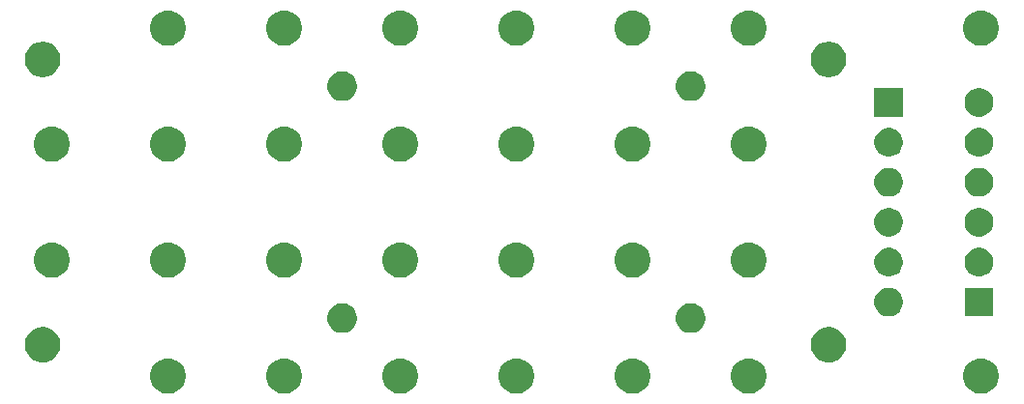
<source format=gbr>
G04 #@! TF.GenerationSoftware,KiCad,Pcbnew,5.1.5-52549c5~86~ubuntu18.04.1*
G04 #@! TF.CreationDate,2020-09-25T00:14:11-05:00*
G04 #@! TF.ProjectId,C00,4330302e-6b69-4636-9164-5f7063625858,rev?*
G04 #@! TF.SameCoordinates,Original*
G04 #@! TF.FileFunction,Soldermask,Top*
G04 #@! TF.FilePolarity,Negative*
%FSLAX46Y46*%
G04 Gerber Fmt 4.6, Leading zero omitted, Abs format (unit mm)*
G04 Created by KiCad (PCBNEW 5.1.5-52549c5~86~ubuntu18.04.1) date 2020-09-25 00:14:11*
%MOMM*%
%LPD*%
G04 APERTURE LIST*
%ADD10C,0.100000*%
G04 APERTURE END LIST*
D10*
G36*
X105392585Y-52768802D02*
G01*
X105542410Y-52798604D01*
X105824674Y-52915521D01*
X106078705Y-53085259D01*
X106294741Y-53301295D01*
X106464479Y-53555326D01*
X106581396Y-53837590D01*
X106641000Y-54137240D01*
X106641000Y-54442760D01*
X106581396Y-54742410D01*
X106464479Y-55024674D01*
X106294741Y-55278705D01*
X106078705Y-55494741D01*
X105824674Y-55664479D01*
X105542410Y-55781396D01*
X105392585Y-55811198D01*
X105242761Y-55841000D01*
X104937239Y-55841000D01*
X104787415Y-55811198D01*
X104637590Y-55781396D01*
X104355326Y-55664479D01*
X104101295Y-55494741D01*
X103885259Y-55278705D01*
X103715521Y-55024674D01*
X103598604Y-54742410D01*
X103539000Y-54442760D01*
X103539000Y-54137240D01*
X103598604Y-53837590D01*
X103715521Y-53555326D01*
X103885259Y-53301295D01*
X104101295Y-53085259D01*
X104355326Y-52915521D01*
X104637590Y-52798604D01*
X104787415Y-52768802D01*
X104937239Y-52739000D01*
X105242761Y-52739000D01*
X105392585Y-52768802D01*
G37*
G36*
X44432585Y-52768802D02*
G01*
X44582410Y-52798604D01*
X44864674Y-52915521D01*
X45118705Y-53085259D01*
X45334741Y-53301295D01*
X45504479Y-53555326D01*
X45621396Y-53837590D01*
X45681000Y-54137240D01*
X45681000Y-54442760D01*
X45621396Y-54742410D01*
X45504479Y-55024674D01*
X45334741Y-55278705D01*
X45118705Y-55494741D01*
X44864674Y-55664479D01*
X44582410Y-55781396D01*
X44432585Y-55811198D01*
X44282761Y-55841000D01*
X43977239Y-55841000D01*
X43827415Y-55811198D01*
X43677590Y-55781396D01*
X43395326Y-55664479D01*
X43141295Y-55494741D01*
X42925259Y-55278705D01*
X42755521Y-55024674D01*
X42638604Y-54742410D01*
X42579000Y-54442760D01*
X42579000Y-54137240D01*
X42638604Y-53837590D01*
X42755521Y-53555326D01*
X42925259Y-53301295D01*
X43141295Y-53085259D01*
X43395326Y-52915521D01*
X43677590Y-52798604D01*
X43827415Y-52768802D01*
X43977239Y-52739000D01*
X44282761Y-52739000D01*
X44432585Y-52768802D01*
G37*
G36*
X34272585Y-52768802D02*
G01*
X34422410Y-52798604D01*
X34704674Y-52915521D01*
X34958705Y-53085259D01*
X35174741Y-53301295D01*
X35344479Y-53555326D01*
X35461396Y-53837590D01*
X35521000Y-54137240D01*
X35521000Y-54442760D01*
X35461396Y-54742410D01*
X35344479Y-55024674D01*
X35174741Y-55278705D01*
X34958705Y-55494741D01*
X34704674Y-55664479D01*
X34422410Y-55781396D01*
X34272585Y-55811198D01*
X34122761Y-55841000D01*
X33817239Y-55841000D01*
X33667415Y-55811198D01*
X33517590Y-55781396D01*
X33235326Y-55664479D01*
X32981295Y-55494741D01*
X32765259Y-55278705D01*
X32595521Y-55024674D01*
X32478604Y-54742410D01*
X32419000Y-54442760D01*
X32419000Y-54137240D01*
X32478604Y-53837590D01*
X32595521Y-53555326D01*
X32765259Y-53301295D01*
X32981295Y-53085259D01*
X33235326Y-52915521D01*
X33517590Y-52798604D01*
X33667415Y-52768802D01*
X33817239Y-52739000D01*
X34122761Y-52739000D01*
X34272585Y-52768802D01*
G37*
G36*
X54592585Y-52768802D02*
G01*
X54742410Y-52798604D01*
X55024674Y-52915521D01*
X55278705Y-53085259D01*
X55494741Y-53301295D01*
X55664479Y-53555326D01*
X55781396Y-53837590D01*
X55841000Y-54137240D01*
X55841000Y-54442760D01*
X55781396Y-54742410D01*
X55664479Y-55024674D01*
X55494741Y-55278705D01*
X55278705Y-55494741D01*
X55024674Y-55664479D01*
X54742410Y-55781396D01*
X54592585Y-55811198D01*
X54442761Y-55841000D01*
X54137239Y-55841000D01*
X53987415Y-55811198D01*
X53837590Y-55781396D01*
X53555326Y-55664479D01*
X53301295Y-55494741D01*
X53085259Y-55278705D01*
X52915521Y-55024674D01*
X52798604Y-54742410D01*
X52739000Y-54442760D01*
X52739000Y-54137240D01*
X52798604Y-53837590D01*
X52915521Y-53555326D01*
X53085259Y-53301295D01*
X53301295Y-53085259D01*
X53555326Y-52915521D01*
X53837590Y-52798604D01*
X53987415Y-52768802D01*
X54137239Y-52739000D01*
X54442761Y-52739000D01*
X54592585Y-52768802D01*
G37*
G36*
X74912585Y-52768802D02*
G01*
X75062410Y-52798604D01*
X75344674Y-52915521D01*
X75598705Y-53085259D01*
X75814741Y-53301295D01*
X75984479Y-53555326D01*
X76101396Y-53837590D01*
X76161000Y-54137240D01*
X76161000Y-54442760D01*
X76101396Y-54742410D01*
X75984479Y-55024674D01*
X75814741Y-55278705D01*
X75598705Y-55494741D01*
X75344674Y-55664479D01*
X75062410Y-55781396D01*
X74912585Y-55811198D01*
X74762761Y-55841000D01*
X74457239Y-55841000D01*
X74307415Y-55811198D01*
X74157590Y-55781396D01*
X73875326Y-55664479D01*
X73621295Y-55494741D01*
X73405259Y-55278705D01*
X73235521Y-55024674D01*
X73118604Y-54742410D01*
X73059000Y-54442760D01*
X73059000Y-54137240D01*
X73118604Y-53837590D01*
X73235521Y-53555326D01*
X73405259Y-53301295D01*
X73621295Y-53085259D01*
X73875326Y-52915521D01*
X74157590Y-52798604D01*
X74307415Y-52768802D01*
X74457239Y-52739000D01*
X74762761Y-52739000D01*
X74912585Y-52768802D01*
G37*
G36*
X85072585Y-52768802D02*
G01*
X85222410Y-52798604D01*
X85504674Y-52915521D01*
X85758705Y-53085259D01*
X85974741Y-53301295D01*
X86144479Y-53555326D01*
X86261396Y-53837590D01*
X86321000Y-54137240D01*
X86321000Y-54442760D01*
X86261396Y-54742410D01*
X86144479Y-55024674D01*
X85974741Y-55278705D01*
X85758705Y-55494741D01*
X85504674Y-55664479D01*
X85222410Y-55781396D01*
X85072585Y-55811198D01*
X84922761Y-55841000D01*
X84617239Y-55841000D01*
X84467415Y-55811198D01*
X84317590Y-55781396D01*
X84035326Y-55664479D01*
X83781295Y-55494741D01*
X83565259Y-55278705D01*
X83395521Y-55024674D01*
X83278604Y-54742410D01*
X83219000Y-54442760D01*
X83219000Y-54137240D01*
X83278604Y-53837590D01*
X83395521Y-53555326D01*
X83565259Y-53301295D01*
X83781295Y-53085259D01*
X84035326Y-52915521D01*
X84317590Y-52798604D01*
X84467415Y-52768802D01*
X84617239Y-52739000D01*
X84922761Y-52739000D01*
X85072585Y-52768802D01*
G37*
G36*
X64752585Y-52768802D02*
G01*
X64902410Y-52798604D01*
X65184674Y-52915521D01*
X65438705Y-53085259D01*
X65654741Y-53301295D01*
X65824479Y-53555326D01*
X65941396Y-53837590D01*
X66001000Y-54137240D01*
X66001000Y-54442760D01*
X65941396Y-54742410D01*
X65824479Y-55024674D01*
X65654741Y-55278705D01*
X65438705Y-55494741D01*
X65184674Y-55664479D01*
X64902410Y-55781396D01*
X64752585Y-55811198D01*
X64602761Y-55841000D01*
X64297239Y-55841000D01*
X64147415Y-55811198D01*
X63997590Y-55781396D01*
X63715326Y-55664479D01*
X63461295Y-55494741D01*
X63245259Y-55278705D01*
X63075521Y-55024674D01*
X62958604Y-54742410D01*
X62899000Y-54442760D01*
X62899000Y-54137240D01*
X62958604Y-53837590D01*
X63075521Y-53555326D01*
X63245259Y-53301295D01*
X63461295Y-53085259D01*
X63715326Y-52915521D01*
X63997590Y-52798604D01*
X64147415Y-52768802D01*
X64297239Y-52739000D01*
X64602761Y-52739000D01*
X64752585Y-52768802D01*
G37*
G36*
X23302585Y-50028802D02*
G01*
X23452410Y-50058604D01*
X23734674Y-50175521D01*
X23988705Y-50345259D01*
X24204741Y-50561295D01*
X24374479Y-50815326D01*
X24491396Y-51097590D01*
X24551000Y-51397240D01*
X24551000Y-51702760D01*
X24491396Y-52002410D01*
X24374479Y-52284674D01*
X24204741Y-52538705D01*
X23988705Y-52754741D01*
X23734674Y-52924479D01*
X23452410Y-53041396D01*
X23302585Y-53071198D01*
X23152761Y-53101000D01*
X22847239Y-53101000D01*
X22697415Y-53071198D01*
X22547590Y-53041396D01*
X22265326Y-52924479D01*
X22011295Y-52754741D01*
X21795259Y-52538705D01*
X21625521Y-52284674D01*
X21508604Y-52002410D01*
X21449000Y-51702760D01*
X21449000Y-51397240D01*
X21508604Y-51097590D01*
X21625521Y-50815326D01*
X21795259Y-50561295D01*
X22011295Y-50345259D01*
X22265326Y-50175521D01*
X22547590Y-50058604D01*
X22697415Y-50028802D01*
X22847239Y-49999000D01*
X23152761Y-49999000D01*
X23302585Y-50028802D01*
G37*
G36*
X92052585Y-50028802D02*
G01*
X92202410Y-50058604D01*
X92484674Y-50175521D01*
X92738705Y-50345259D01*
X92954741Y-50561295D01*
X93124479Y-50815326D01*
X93241396Y-51097590D01*
X93301000Y-51397240D01*
X93301000Y-51702760D01*
X93241396Y-52002410D01*
X93124479Y-52284674D01*
X92954741Y-52538705D01*
X92738705Y-52754741D01*
X92484674Y-52924479D01*
X92202410Y-53041396D01*
X92052585Y-53071198D01*
X91902761Y-53101000D01*
X91597239Y-53101000D01*
X91447415Y-53071198D01*
X91297590Y-53041396D01*
X91015326Y-52924479D01*
X90761295Y-52754741D01*
X90545259Y-52538705D01*
X90375521Y-52284674D01*
X90258604Y-52002410D01*
X90199000Y-51702760D01*
X90199000Y-51397240D01*
X90258604Y-51097590D01*
X90375521Y-50815326D01*
X90545259Y-50561295D01*
X90761295Y-50345259D01*
X91015326Y-50175521D01*
X91297590Y-50058604D01*
X91447415Y-50028802D01*
X91597239Y-49999000D01*
X91902761Y-49999000D01*
X92052585Y-50028802D01*
G37*
G36*
X80069393Y-47959304D02*
G01*
X80306101Y-48057352D01*
X80306103Y-48057353D01*
X80519135Y-48199696D01*
X80700304Y-48380865D01*
X80842647Y-48593897D01*
X80842648Y-48593899D01*
X80940696Y-48830607D01*
X80990680Y-49081893D01*
X80990680Y-49338107D01*
X80940696Y-49589393D01*
X80842648Y-49826101D01*
X80842647Y-49826103D01*
X80700304Y-50039135D01*
X80519135Y-50220304D01*
X80306103Y-50362647D01*
X80306102Y-50362648D01*
X80306101Y-50362648D01*
X80069393Y-50460696D01*
X79818107Y-50510680D01*
X79561893Y-50510680D01*
X79310607Y-50460696D01*
X79073899Y-50362648D01*
X79073898Y-50362648D01*
X79073897Y-50362647D01*
X78860865Y-50220304D01*
X78679696Y-50039135D01*
X78537353Y-49826103D01*
X78537352Y-49826101D01*
X78439304Y-49589393D01*
X78389320Y-49338107D01*
X78389320Y-49081893D01*
X78439304Y-48830607D01*
X78537352Y-48593899D01*
X78537353Y-48593897D01*
X78679696Y-48380865D01*
X78860865Y-48199696D01*
X79073897Y-48057353D01*
X79073899Y-48057352D01*
X79310607Y-47959304D01*
X79561893Y-47909320D01*
X79818107Y-47909320D01*
X80069393Y-47959304D01*
G37*
G36*
X49589393Y-47959304D02*
G01*
X49826101Y-48057352D01*
X49826103Y-48057353D01*
X50039135Y-48199696D01*
X50220304Y-48380865D01*
X50362647Y-48593897D01*
X50362648Y-48593899D01*
X50460696Y-48830607D01*
X50510680Y-49081893D01*
X50510680Y-49338107D01*
X50460696Y-49589393D01*
X50362648Y-49826101D01*
X50362647Y-49826103D01*
X50220304Y-50039135D01*
X50039135Y-50220304D01*
X49826103Y-50362647D01*
X49826102Y-50362648D01*
X49826101Y-50362648D01*
X49589393Y-50460696D01*
X49338107Y-50510680D01*
X49081893Y-50510680D01*
X48830607Y-50460696D01*
X48593899Y-50362648D01*
X48593898Y-50362648D01*
X48593897Y-50362647D01*
X48380865Y-50220304D01*
X48199696Y-50039135D01*
X48057353Y-49826103D01*
X48057352Y-49826101D01*
X47959304Y-49589393D01*
X47909320Y-49338107D01*
X47909320Y-49081893D01*
X47959304Y-48830607D01*
X48057352Y-48593899D01*
X48057353Y-48593897D01*
X48199696Y-48380865D01*
X48380865Y-48199696D01*
X48593897Y-48057353D01*
X48593899Y-48057352D01*
X48830607Y-47959304D01*
X49081893Y-47909320D01*
X49338107Y-47909320D01*
X49589393Y-47959304D01*
G37*
G36*
X97364903Y-46597075D02*
G01*
X97592571Y-46691378D01*
X97797466Y-46828285D01*
X97971715Y-47002534D01*
X97971716Y-47002536D01*
X98108623Y-47207431D01*
X98202925Y-47435097D01*
X98251000Y-47676786D01*
X98251000Y-47923214D01*
X98202925Y-48164903D01*
X98113471Y-48380866D01*
X98108622Y-48392571D01*
X97971715Y-48597466D01*
X97797466Y-48771715D01*
X97592571Y-48908622D01*
X97592570Y-48908623D01*
X97592569Y-48908623D01*
X97364903Y-49002925D01*
X97123214Y-49051000D01*
X96876786Y-49051000D01*
X96635097Y-49002925D01*
X96407431Y-48908623D01*
X96407430Y-48908623D01*
X96407429Y-48908622D01*
X96202534Y-48771715D01*
X96028285Y-48597466D01*
X95891378Y-48392571D01*
X95886530Y-48380866D01*
X95797075Y-48164903D01*
X95749000Y-47923214D01*
X95749000Y-47676786D01*
X95797075Y-47435097D01*
X95891377Y-47207431D01*
X96028284Y-47002536D01*
X96028285Y-47002534D01*
X96202534Y-46828285D01*
X96407429Y-46691378D01*
X96635097Y-46597075D01*
X96876786Y-46549000D01*
X97123214Y-46549000D01*
X97364903Y-46597075D01*
G37*
G36*
X106151000Y-49051000D02*
G01*
X103649000Y-49051000D01*
X103649000Y-46549000D01*
X106151000Y-46549000D01*
X106151000Y-49051000D01*
G37*
G36*
X34272585Y-42608802D02*
G01*
X34422410Y-42638604D01*
X34704674Y-42755521D01*
X34958705Y-42925259D01*
X35174741Y-43141295D01*
X35344479Y-43395326D01*
X35461396Y-43677590D01*
X35521000Y-43977240D01*
X35521000Y-44282760D01*
X35461396Y-44582410D01*
X35344479Y-44864674D01*
X35174741Y-45118705D01*
X34958705Y-45334741D01*
X34704674Y-45504479D01*
X34422410Y-45621396D01*
X34272585Y-45651198D01*
X34122761Y-45681000D01*
X33817239Y-45681000D01*
X33667415Y-45651198D01*
X33517590Y-45621396D01*
X33235326Y-45504479D01*
X32981295Y-45334741D01*
X32765259Y-45118705D01*
X32595521Y-44864674D01*
X32478604Y-44582410D01*
X32419000Y-44282760D01*
X32419000Y-43977240D01*
X32478604Y-43677590D01*
X32595521Y-43395326D01*
X32765259Y-43141295D01*
X32981295Y-42925259D01*
X33235326Y-42755521D01*
X33517590Y-42638604D01*
X33667415Y-42608802D01*
X33817239Y-42579000D01*
X34122761Y-42579000D01*
X34272585Y-42608802D01*
G37*
G36*
X85072585Y-42608802D02*
G01*
X85222410Y-42638604D01*
X85504674Y-42755521D01*
X85758705Y-42925259D01*
X85974741Y-43141295D01*
X86144479Y-43395326D01*
X86261396Y-43677590D01*
X86321000Y-43977240D01*
X86321000Y-44282760D01*
X86261396Y-44582410D01*
X86144479Y-44864674D01*
X85974741Y-45118705D01*
X85758705Y-45334741D01*
X85504674Y-45504479D01*
X85222410Y-45621396D01*
X85072585Y-45651198D01*
X84922761Y-45681000D01*
X84617239Y-45681000D01*
X84467415Y-45651198D01*
X84317590Y-45621396D01*
X84035326Y-45504479D01*
X83781295Y-45334741D01*
X83565259Y-45118705D01*
X83395521Y-44864674D01*
X83278604Y-44582410D01*
X83219000Y-44282760D01*
X83219000Y-43977240D01*
X83278604Y-43677590D01*
X83395521Y-43395326D01*
X83565259Y-43141295D01*
X83781295Y-42925259D01*
X84035326Y-42755521D01*
X84317590Y-42638604D01*
X84467415Y-42608802D01*
X84617239Y-42579000D01*
X84922761Y-42579000D01*
X85072585Y-42608802D01*
G37*
G36*
X74912585Y-42608802D02*
G01*
X75062410Y-42638604D01*
X75344674Y-42755521D01*
X75598705Y-42925259D01*
X75814741Y-43141295D01*
X75984479Y-43395326D01*
X76101396Y-43677590D01*
X76161000Y-43977240D01*
X76161000Y-44282760D01*
X76101396Y-44582410D01*
X75984479Y-44864674D01*
X75814741Y-45118705D01*
X75598705Y-45334741D01*
X75344674Y-45504479D01*
X75062410Y-45621396D01*
X74912585Y-45651198D01*
X74762761Y-45681000D01*
X74457239Y-45681000D01*
X74307415Y-45651198D01*
X74157590Y-45621396D01*
X73875326Y-45504479D01*
X73621295Y-45334741D01*
X73405259Y-45118705D01*
X73235521Y-44864674D01*
X73118604Y-44582410D01*
X73059000Y-44282760D01*
X73059000Y-43977240D01*
X73118604Y-43677590D01*
X73235521Y-43395326D01*
X73405259Y-43141295D01*
X73621295Y-42925259D01*
X73875326Y-42755521D01*
X74157590Y-42638604D01*
X74307415Y-42608802D01*
X74457239Y-42579000D01*
X74762761Y-42579000D01*
X74912585Y-42608802D01*
G37*
G36*
X64752585Y-42608802D02*
G01*
X64902410Y-42638604D01*
X65184674Y-42755521D01*
X65438705Y-42925259D01*
X65654741Y-43141295D01*
X65824479Y-43395326D01*
X65941396Y-43677590D01*
X66001000Y-43977240D01*
X66001000Y-44282760D01*
X65941396Y-44582410D01*
X65824479Y-44864674D01*
X65654741Y-45118705D01*
X65438705Y-45334741D01*
X65184674Y-45504479D01*
X64902410Y-45621396D01*
X64752585Y-45651198D01*
X64602761Y-45681000D01*
X64297239Y-45681000D01*
X64147415Y-45651198D01*
X63997590Y-45621396D01*
X63715326Y-45504479D01*
X63461295Y-45334741D01*
X63245259Y-45118705D01*
X63075521Y-44864674D01*
X62958604Y-44582410D01*
X62899000Y-44282760D01*
X62899000Y-43977240D01*
X62958604Y-43677590D01*
X63075521Y-43395326D01*
X63245259Y-43141295D01*
X63461295Y-42925259D01*
X63715326Y-42755521D01*
X63997590Y-42638604D01*
X64147415Y-42608802D01*
X64297239Y-42579000D01*
X64602761Y-42579000D01*
X64752585Y-42608802D01*
G37*
G36*
X54592585Y-42608802D02*
G01*
X54742410Y-42638604D01*
X55024674Y-42755521D01*
X55278705Y-42925259D01*
X55494741Y-43141295D01*
X55664479Y-43395326D01*
X55781396Y-43677590D01*
X55841000Y-43977240D01*
X55841000Y-44282760D01*
X55781396Y-44582410D01*
X55664479Y-44864674D01*
X55494741Y-45118705D01*
X55278705Y-45334741D01*
X55024674Y-45504479D01*
X54742410Y-45621396D01*
X54592585Y-45651198D01*
X54442761Y-45681000D01*
X54137239Y-45681000D01*
X53987415Y-45651198D01*
X53837590Y-45621396D01*
X53555326Y-45504479D01*
X53301295Y-45334741D01*
X53085259Y-45118705D01*
X52915521Y-44864674D01*
X52798604Y-44582410D01*
X52739000Y-44282760D01*
X52739000Y-43977240D01*
X52798604Y-43677590D01*
X52915521Y-43395326D01*
X53085259Y-43141295D01*
X53301295Y-42925259D01*
X53555326Y-42755521D01*
X53837590Y-42638604D01*
X53987415Y-42608802D01*
X54137239Y-42579000D01*
X54442761Y-42579000D01*
X54592585Y-42608802D01*
G37*
G36*
X44432585Y-42608802D02*
G01*
X44582410Y-42638604D01*
X44864674Y-42755521D01*
X45118705Y-42925259D01*
X45334741Y-43141295D01*
X45504479Y-43395326D01*
X45621396Y-43677590D01*
X45681000Y-43977240D01*
X45681000Y-44282760D01*
X45621396Y-44582410D01*
X45504479Y-44864674D01*
X45334741Y-45118705D01*
X45118705Y-45334741D01*
X44864674Y-45504479D01*
X44582410Y-45621396D01*
X44432585Y-45651198D01*
X44282761Y-45681000D01*
X43977239Y-45681000D01*
X43827415Y-45651198D01*
X43677590Y-45621396D01*
X43395326Y-45504479D01*
X43141295Y-45334741D01*
X42925259Y-45118705D01*
X42755521Y-44864674D01*
X42638604Y-44582410D01*
X42579000Y-44282760D01*
X42579000Y-43977240D01*
X42638604Y-43677590D01*
X42755521Y-43395326D01*
X42925259Y-43141295D01*
X43141295Y-42925259D01*
X43395326Y-42755521D01*
X43677590Y-42638604D01*
X43827415Y-42608802D01*
X43977239Y-42579000D01*
X44282761Y-42579000D01*
X44432585Y-42608802D01*
G37*
G36*
X24112585Y-42608802D02*
G01*
X24262410Y-42638604D01*
X24544674Y-42755521D01*
X24798705Y-42925259D01*
X25014741Y-43141295D01*
X25184479Y-43395326D01*
X25301396Y-43677590D01*
X25361000Y-43977240D01*
X25361000Y-44282760D01*
X25301396Y-44582410D01*
X25184479Y-44864674D01*
X25014741Y-45118705D01*
X24798705Y-45334741D01*
X24544674Y-45504479D01*
X24262410Y-45621396D01*
X24112585Y-45651198D01*
X23962761Y-45681000D01*
X23657239Y-45681000D01*
X23507415Y-45651198D01*
X23357590Y-45621396D01*
X23075326Y-45504479D01*
X22821295Y-45334741D01*
X22605259Y-45118705D01*
X22435521Y-44864674D01*
X22318604Y-44582410D01*
X22259000Y-44282760D01*
X22259000Y-43977240D01*
X22318604Y-43677590D01*
X22435521Y-43395326D01*
X22605259Y-43141295D01*
X22821295Y-42925259D01*
X23075326Y-42755521D01*
X23357590Y-42638604D01*
X23507415Y-42608802D01*
X23657239Y-42579000D01*
X23962761Y-42579000D01*
X24112585Y-42608802D01*
G37*
G36*
X97364903Y-43097075D02*
G01*
X97592571Y-43191378D01*
X97797466Y-43328285D01*
X97971715Y-43502534D01*
X98108622Y-43707429D01*
X98202925Y-43935097D01*
X98251000Y-44176787D01*
X98251000Y-44423213D01*
X98202925Y-44664903D01*
X98108622Y-44892571D01*
X97971715Y-45097466D01*
X97797466Y-45271715D01*
X97592571Y-45408622D01*
X97592570Y-45408623D01*
X97592569Y-45408623D01*
X97364903Y-45502925D01*
X97123214Y-45551000D01*
X96876786Y-45551000D01*
X96635097Y-45502925D01*
X96407431Y-45408623D01*
X96407430Y-45408623D01*
X96407429Y-45408622D01*
X96202534Y-45271715D01*
X96028285Y-45097466D01*
X95891378Y-44892571D01*
X95797075Y-44664903D01*
X95749000Y-44423213D01*
X95749000Y-44176787D01*
X95797075Y-43935097D01*
X95891378Y-43707429D01*
X96028285Y-43502534D01*
X96202534Y-43328285D01*
X96407429Y-43191378D01*
X96635097Y-43097075D01*
X96876786Y-43049000D01*
X97123214Y-43049000D01*
X97364903Y-43097075D01*
G37*
G36*
X105264903Y-43097075D02*
G01*
X105492571Y-43191378D01*
X105697466Y-43328285D01*
X105871715Y-43502534D01*
X106008622Y-43707429D01*
X106102925Y-43935097D01*
X106151000Y-44176787D01*
X106151000Y-44423213D01*
X106102925Y-44664903D01*
X106008622Y-44892571D01*
X105871715Y-45097466D01*
X105697466Y-45271715D01*
X105492571Y-45408622D01*
X105492570Y-45408623D01*
X105492569Y-45408623D01*
X105264903Y-45502925D01*
X105023214Y-45551000D01*
X104776786Y-45551000D01*
X104535097Y-45502925D01*
X104307431Y-45408623D01*
X104307430Y-45408623D01*
X104307429Y-45408622D01*
X104102534Y-45271715D01*
X103928285Y-45097466D01*
X103791378Y-44892571D01*
X103697075Y-44664903D01*
X103649000Y-44423213D01*
X103649000Y-44176787D01*
X103697075Y-43935097D01*
X103791378Y-43707429D01*
X103928285Y-43502534D01*
X104102534Y-43328285D01*
X104307429Y-43191378D01*
X104535097Y-43097075D01*
X104776786Y-43049000D01*
X105023214Y-43049000D01*
X105264903Y-43097075D01*
G37*
G36*
X105264903Y-39597075D02*
G01*
X105492571Y-39691378D01*
X105697466Y-39828285D01*
X105871715Y-40002534D01*
X106008622Y-40207429D01*
X106102925Y-40435097D01*
X106151000Y-40676787D01*
X106151000Y-40923213D01*
X106102925Y-41164903D01*
X106008622Y-41392571D01*
X105871715Y-41597466D01*
X105697466Y-41771715D01*
X105492571Y-41908622D01*
X105492570Y-41908623D01*
X105492569Y-41908623D01*
X105264903Y-42002925D01*
X105023214Y-42051000D01*
X104776786Y-42051000D01*
X104535097Y-42002925D01*
X104307431Y-41908623D01*
X104307430Y-41908623D01*
X104307429Y-41908622D01*
X104102534Y-41771715D01*
X103928285Y-41597466D01*
X103791378Y-41392571D01*
X103697075Y-41164903D01*
X103649000Y-40923213D01*
X103649000Y-40676787D01*
X103697075Y-40435097D01*
X103791378Y-40207429D01*
X103928285Y-40002534D01*
X104102534Y-39828285D01*
X104307429Y-39691378D01*
X104535097Y-39597075D01*
X104776786Y-39549000D01*
X105023214Y-39549000D01*
X105264903Y-39597075D01*
G37*
G36*
X97364903Y-39597075D02*
G01*
X97592571Y-39691378D01*
X97797466Y-39828285D01*
X97971715Y-40002534D01*
X98108622Y-40207429D01*
X98202925Y-40435097D01*
X98251000Y-40676787D01*
X98251000Y-40923213D01*
X98202925Y-41164903D01*
X98108622Y-41392571D01*
X97971715Y-41597466D01*
X97797466Y-41771715D01*
X97592571Y-41908622D01*
X97592570Y-41908623D01*
X97592569Y-41908623D01*
X97364903Y-42002925D01*
X97123214Y-42051000D01*
X96876786Y-42051000D01*
X96635097Y-42002925D01*
X96407431Y-41908623D01*
X96407430Y-41908623D01*
X96407429Y-41908622D01*
X96202534Y-41771715D01*
X96028285Y-41597466D01*
X95891378Y-41392571D01*
X95797075Y-41164903D01*
X95749000Y-40923213D01*
X95749000Y-40676787D01*
X95797075Y-40435097D01*
X95891378Y-40207429D01*
X96028285Y-40002534D01*
X96202534Y-39828285D01*
X96407429Y-39691378D01*
X96635097Y-39597075D01*
X96876786Y-39549000D01*
X97123214Y-39549000D01*
X97364903Y-39597075D01*
G37*
G36*
X105264903Y-36097075D02*
G01*
X105492571Y-36191378D01*
X105697466Y-36328285D01*
X105871715Y-36502534D01*
X106008622Y-36707429D01*
X106102925Y-36935097D01*
X106151000Y-37176787D01*
X106151000Y-37423213D01*
X106102925Y-37664903D01*
X106008622Y-37892571D01*
X105871715Y-38097466D01*
X105697466Y-38271715D01*
X105492571Y-38408622D01*
X105492570Y-38408623D01*
X105492569Y-38408623D01*
X105264903Y-38502925D01*
X105023214Y-38551000D01*
X104776786Y-38551000D01*
X104535097Y-38502925D01*
X104307431Y-38408623D01*
X104307430Y-38408623D01*
X104307429Y-38408622D01*
X104102534Y-38271715D01*
X103928285Y-38097466D01*
X103791378Y-37892571D01*
X103697075Y-37664903D01*
X103649000Y-37423213D01*
X103649000Y-37176787D01*
X103697075Y-36935097D01*
X103791378Y-36707429D01*
X103928285Y-36502534D01*
X104102534Y-36328285D01*
X104307429Y-36191378D01*
X104535097Y-36097075D01*
X104776786Y-36049000D01*
X105023214Y-36049000D01*
X105264903Y-36097075D01*
G37*
G36*
X97364903Y-36097075D02*
G01*
X97592571Y-36191378D01*
X97797466Y-36328285D01*
X97971715Y-36502534D01*
X98108622Y-36707429D01*
X98202925Y-36935097D01*
X98251000Y-37176787D01*
X98251000Y-37423213D01*
X98202925Y-37664903D01*
X98108622Y-37892571D01*
X97971715Y-38097466D01*
X97797466Y-38271715D01*
X97592571Y-38408622D01*
X97592570Y-38408623D01*
X97592569Y-38408623D01*
X97364903Y-38502925D01*
X97123214Y-38551000D01*
X96876786Y-38551000D01*
X96635097Y-38502925D01*
X96407431Y-38408623D01*
X96407430Y-38408623D01*
X96407429Y-38408622D01*
X96202534Y-38271715D01*
X96028285Y-38097466D01*
X95891378Y-37892571D01*
X95797075Y-37664903D01*
X95749000Y-37423213D01*
X95749000Y-37176787D01*
X95797075Y-36935097D01*
X95891378Y-36707429D01*
X96028285Y-36502534D01*
X96202534Y-36328285D01*
X96407429Y-36191378D01*
X96635097Y-36097075D01*
X96876786Y-36049000D01*
X97123214Y-36049000D01*
X97364903Y-36097075D01*
G37*
G36*
X24112585Y-32448802D02*
G01*
X24262410Y-32478604D01*
X24544674Y-32595521D01*
X24798705Y-32765259D01*
X25014741Y-32981295D01*
X25184479Y-33235326D01*
X25301396Y-33517590D01*
X25361000Y-33817240D01*
X25361000Y-34122760D01*
X25301396Y-34422410D01*
X25184479Y-34704674D01*
X25014741Y-34958705D01*
X24798705Y-35174741D01*
X24544674Y-35344479D01*
X24262410Y-35461396D01*
X24112585Y-35491198D01*
X23962761Y-35521000D01*
X23657239Y-35521000D01*
X23507415Y-35491198D01*
X23357590Y-35461396D01*
X23075326Y-35344479D01*
X22821295Y-35174741D01*
X22605259Y-34958705D01*
X22435521Y-34704674D01*
X22318604Y-34422410D01*
X22259000Y-34122760D01*
X22259000Y-33817240D01*
X22318604Y-33517590D01*
X22435521Y-33235326D01*
X22605259Y-32981295D01*
X22821295Y-32765259D01*
X23075326Y-32595521D01*
X23357590Y-32478604D01*
X23507415Y-32448802D01*
X23657239Y-32419000D01*
X23962761Y-32419000D01*
X24112585Y-32448802D01*
G37*
G36*
X34272585Y-32448802D02*
G01*
X34422410Y-32478604D01*
X34704674Y-32595521D01*
X34958705Y-32765259D01*
X35174741Y-32981295D01*
X35344479Y-33235326D01*
X35461396Y-33517590D01*
X35521000Y-33817240D01*
X35521000Y-34122760D01*
X35461396Y-34422410D01*
X35344479Y-34704674D01*
X35174741Y-34958705D01*
X34958705Y-35174741D01*
X34704674Y-35344479D01*
X34422410Y-35461396D01*
X34272585Y-35491198D01*
X34122761Y-35521000D01*
X33817239Y-35521000D01*
X33667415Y-35491198D01*
X33517590Y-35461396D01*
X33235326Y-35344479D01*
X32981295Y-35174741D01*
X32765259Y-34958705D01*
X32595521Y-34704674D01*
X32478604Y-34422410D01*
X32419000Y-34122760D01*
X32419000Y-33817240D01*
X32478604Y-33517590D01*
X32595521Y-33235326D01*
X32765259Y-32981295D01*
X32981295Y-32765259D01*
X33235326Y-32595521D01*
X33517590Y-32478604D01*
X33667415Y-32448802D01*
X33817239Y-32419000D01*
X34122761Y-32419000D01*
X34272585Y-32448802D01*
G37*
G36*
X44432585Y-32448802D02*
G01*
X44582410Y-32478604D01*
X44864674Y-32595521D01*
X45118705Y-32765259D01*
X45334741Y-32981295D01*
X45504479Y-33235326D01*
X45621396Y-33517590D01*
X45681000Y-33817240D01*
X45681000Y-34122760D01*
X45621396Y-34422410D01*
X45504479Y-34704674D01*
X45334741Y-34958705D01*
X45118705Y-35174741D01*
X44864674Y-35344479D01*
X44582410Y-35461396D01*
X44432585Y-35491198D01*
X44282761Y-35521000D01*
X43977239Y-35521000D01*
X43827415Y-35491198D01*
X43677590Y-35461396D01*
X43395326Y-35344479D01*
X43141295Y-35174741D01*
X42925259Y-34958705D01*
X42755521Y-34704674D01*
X42638604Y-34422410D01*
X42579000Y-34122760D01*
X42579000Y-33817240D01*
X42638604Y-33517590D01*
X42755521Y-33235326D01*
X42925259Y-32981295D01*
X43141295Y-32765259D01*
X43395326Y-32595521D01*
X43677590Y-32478604D01*
X43827415Y-32448802D01*
X43977239Y-32419000D01*
X44282761Y-32419000D01*
X44432585Y-32448802D01*
G37*
G36*
X54592585Y-32448802D02*
G01*
X54742410Y-32478604D01*
X55024674Y-32595521D01*
X55278705Y-32765259D01*
X55494741Y-32981295D01*
X55664479Y-33235326D01*
X55781396Y-33517590D01*
X55841000Y-33817240D01*
X55841000Y-34122760D01*
X55781396Y-34422410D01*
X55664479Y-34704674D01*
X55494741Y-34958705D01*
X55278705Y-35174741D01*
X55024674Y-35344479D01*
X54742410Y-35461396D01*
X54592585Y-35491198D01*
X54442761Y-35521000D01*
X54137239Y-35521000D01*
X53987415Y-35491198D01*
X53837590Y-35461396D01*
X53555326Y-35344479D01*
X53301295Y-35174741D01*
X53085259Y-34958705D01*
X52915521Y-34704674D01*
X52798604Y-34422410D01*
X52739000Y-34122760D01*
X52739000Y-33817240D01*
X52798604Y-33517590D01*
X52915521Y-33235326D01*
X53085259Y-32981295D01*
X53301295Y-32765259D01*
X53555326Y-32595521D01*
X53837590Y-32478604D01*
X53987415Y-32448802D01*
X54137239Y-32419000D01*
X54442761Y-32419000D01*
X54592585Y-32448802D01*
G37*
G36*
X64752585Y-32448802D02*
G01*
X64902410Y-32478604D01*
X65184674Y-32595521D01*
X65438705Y-32765259D01*
X65654741Y-32981295D01*
X65824479Y-33235326D01*
X65941396Y-33517590D01*
X66001000Y-33817240D01*
X66001000Y-34122760D01*
X65941396Y-34422410D01*
X65824479Y-34704674D01*
X65654741Y-34958705D01*
X65438705Y-35174741D01*
X65184674Y-35344479D01*
X64902410Y-35461396D01*
X64752585Y-35491198D01*
X64602761Y-35521000D01*
X64297239Y-35521000D01*
X64147415Y-35491198D01*
X63997590Y-35461396D01*
X63715326Y-35344479D01*
X63461295Y-35174741D01*
X63245259Y-34958705D01*
X63075521Y-34704674D01*
X62958604Y-34422410D01*
X62899000Y-34122760D01*
X62899000Y-33817240D01*
X62958604Y-33517590D01*
X63075521Y-33235326D01*
X63245259Y-32981295D01*
X63461295Y-32765259D01*
X63715326Y-32595521D01*
X63997590Y-32478604D01*
X64147415Y-32448802D01*
X64297239Y-32419000D01*
X64602761Y-32419000D01*
X64752585Y-32448802D01*
G37*
G36*
X74912585Y-32448802D02*
G01*
X75062410Y-32478604D01*
X75344674Y-32595521D01*
X75598705Y-32765259D01*
X75814741Y-32981295D01*
X75984479Y-33235326D01*
X76101396Y-33517590D01*
X76161000Y-33817240D01*
X76161000Y-34122760D01*
X76101396Y-34422410D01*
X75984479Y-34704674D01*
X75814741Y-34958705D01*
X75598705Y-35174741D01*
X75344674Y-35344479D01*
X75062410Y-35461396D01*
X74912585Y-35491198D01*
X74762761Y-35521000D01*
X74457239Y-35521000D01*
X74307415Y-35491198D01*
X74157590Y-35461396D01*
X73875326Y-35344479D01*
X73621295Y-35174741D01*
X73405259Y-34958705D01*
X73235521Y-34704674D01*
X73118604Y-34422410D01*
X73059000Y-34122760D01*
X73059000Y-33817240D01*
X73118604Y-33517590D01*
X73235521Y-33235326D01*
X73405259Y-32981295D01*
X73621295Y-32765259D01*
X73875326Y-32595521D01*
X74157590Y-32478604D01*
X74307415Y-32448802D01*
X74457239Y-32419000D01*
X74762761Y-32419000D01*
X74912585Y-32448802D01*
G37*
G36*
X85072585Y-32448802D02*
G01*
X85222410Y-32478604D01*
X85504674Y-32595521D01*
X85758705Y-32765259D01*
X85974741Y-32981295D01*
X86144479Y-33235326D01*
X86261396Y-33517590D01*
X86321000Y-33817240D01*
X86321000Y-34122760D01*
X86261396Y-34422410D01*
X86144479Y-34704674D01*
X85974741Y-34958705D01*
X85758705Y-35174741D01*
X85504674Y-35344479D01*
X85222410Y-35461396D01*
X85072585Y-35491198D01*
X84922761Y-35521000D01*
X84617239Y-35521000D01*
X84467415Y-35491198D01*
X84317590Y-35461396D01*
X84035326Y-35344479D01*
X83781295Y-35174741D01*
X83565259Y-34958705D01*
X83395521Y-34704674D01*
X83278604Y-34422410D01*
X83219000Y-34122760D01*
X83219000Y-33817240D01*
X83278604Y-33517590D01*
X83395521Y-33235326D01*
X83565259Y-32981295D01*
X83781295Y-32765259D01*
X84035326Y-32595521D01*
X84317590Y-32478604D01*
X84467415Y-32448802D01*
X84617239Y-32419000D01*
X84922761Y-32419000D01*
X85072585Y-32448802D01*
G37*
G36*
X97364903Y-32597075D02*
G01*
X97592571Y-32691378D01*
X97797466Y-32828285D01*
X97971715Y-33002534D01*
X98108622Y-33207429D01*
X98202925Y-33435097D01*
X98251000Y-33676787D01*
X98251000Y-33923213D01*
X98202925Y-34164903D01*
X98108622Y-34392571D01*
X97971715Y-34597466D01*
X97797466Y-34771715D01*
X97592571Y-34908622D01*
X97592570Y-34908623D01*
X97592569Y-34908623D01*
X97364903Y-35002925D01*
X97123214Y-35051000D01*
X96876786Y-35051000D01*
X96635097Y-35002925D01*
X96407431Y-34908623D01*
X96407430Y-34908623D01*
X96407429Y-34908622D01*
X96202534Y-34771715D01*
X96028285Y-34597466D01*
X95891378Y-34392571D01*
X95797075Y-34164903D01*
X95749000Y-33923213D01*
X95749000Y-33676787D01*
X95797075Y-33435097D01*
X95891378Y-33207429D01*
X96028285Y-33002534D01*
X96202534Y-32828285D01*
X96407429Y-32691378D01*
X96635097Y-32597075D01*
X96876786Y-32549000D01*
X97123214Y-32549000D01*
X97364903Y-32597075D01*
G37*
G36*
X105264903Y-32597075D02*
G01*
X105492571Y-32691378D01*
X105697466Y-32828285D01*
X105871715Y-33002534D01*
X106008622Y-33207429D01*
X106102925Y-33435097D01*
X106151000Y-33676787D01*
X106151000Y-33923213D01*
X106102925Y-34164903D01*
X106008622Y-34392571D01*
X105871715Y-34597466D01*
X105697466Y-34771715D01*
X105492571Y-34908622D01*
X105492570Y-34908623D01*
X105492569Y-34908623D01*
X105264903Y-35002925D01*
X105023214Y-35051000D01*
X104776786Y-35051000D01*
X104535097Y-35002925D01*
X104307431Y-34908623D01*
X104307430Y-34908623D01*
X104307429Y-34908622D01*
X104102534Y-34771715D01*
X103928285Y-34597466D01*
X103791378Y-34392571D01*
X103697075Y-34164903D01*
X103649000Y-33923213D01*
X103649000Y-33676787D01*
X103697075Y-33435097D01*
X103791378Y-33207429D01*
X103928285Y-33002534D01*
X104102534Y-32828285D01*
X104307429Y-32691378D01*
X104535097Y-32597075D01*
X104776786Y-32549000D01*
X105023214Y-32549000D01*
X105264903Y-32597075D01*
G37*
G36*
X105264903Y-29097075D02*
G01*
X105492571Y-29191378D01*
X105697466Y-29328285D01*
X105871715Y-29502534D01*
X106008622Y-29707429D01*
X106008623Y-29707431D01*
X106013471Y-29719135D01*
X106102925Y-29935097D01*
X106151000Y-30176787D01*
X106151000Y-30423213D01*
X106102925Y-30664903D01*
X106008622Y-30892571D01*
X105871715Y-31097466D01*
X105697466Y-31271715D01*
X105492571Y-31408622D01*
X105492570Y-31408623D01*
X105492569Y-31408623D01*
X105264903Y-31502925D01*
X105023214Y-31551000D01*
X104776786Y-31551000D01*
X104535097Y-31502925D01*
X104307431Y-31408623D01*
X104307430Y-31408623D01*
X104307429Y-31408622D01*
X104102534Y-31271715D01*
X103928285Y-31097466D01*
X103791378Y-30892571D01*
X103697075Y-30664903D01*
X103649000Y-30423213D01*
X103649000Y-30176787D01*
X103697075Y-29935097D01*
X103786529Y-29719135D01*
X103791377Y-29707431D01*
X103791378Y-29707429D01*
X103928285Y-29502534D01*
X104102534Y-29328285D01*
X104307429Y-29191378D01*
X104535097Y-29097075D01*
X104776786Y-29049000D01*
X105023214Y-29049000D01*
X105264903Y-29097075D01*
G37*
G36*
X98251000Y-31551000D02*
G01*
X95749000Y-31551000D01*
X95749000Y-29049000D01*
X98251000Y-29049000D01*
X98251000Y-31551000D01*
G37*
G36*
X80069393Y-27639304D02*
G01*
X80306101Y-27737352D01*
X80306103Y-27737353D01*
X80519135Y-27879696D01*
X80700304Y-28060865D01*
X80727121Y-28101000D01*
X80842648Y-28273899D01*
X80940696Y-28510607D01*
X80990680Y-28761893D01*
X80990680Y-29018107D01*
X80940696Y-29269393D01*
X80842648Y-29506101D01*
X80842647Y-29506103D01*
X80700304Y-29719135D01*
X80519135Y-29900304D01*
X80306103Y-30042647D01*
X80306102Y-30042648D01*
X80306101Y-30042648D01*
X80069393Y-30140696D01*
X79818107Y-30190680D01*
X79561893Y-30190680D01*
X79310607Y-30140696D01*
X79073899Y-30042648D01*
X79073898Y-30042648D01*
X79073897Y-30042647D01*
X78860865Y-29900304D01*
X78679696Y-29719135D01*
X78537353Y-29506103D01*
X78537352Y-29506101D01*
X78439304Y-29269393D01*
X78389320Y-29018107D01*
X78389320Y-28761893D01*
X78439304Y-28510607D01*
X78537352Y-28273899D01*
X78652879Y-28101000D01*
X78679696Y-28060865D01*
X78860865Y-27879696D01*
X79073897Y-27737353D01*
X79073899Y-27737352D01*
X79310607Y-27639304D01*
X79561893Y-27589320D01*
X79818107Y-27589320D01*
X80069393Y-27639304D01*
G37*
G36*
X49589393Y-27639304D02*
G01*
X49826101Y-27737352D01*
X49826103Y-27737353D01*
X50039135Y-27879696D01*
X50220304Y-28060865D01*
X50247121Y-28101000D01*
X50362648Y-28273899D01*
X50460696Y-28510607D01*
X50510680Y-28761893D01*
X50510680Y-29018107D01*
X50460696Y-29269393D01*
X50362648Y-29506101D01*
X50362647Y-29506103D01*
X50220304Y-29719135D01*
X50039135Y-29900304D01*
X49826103Y-30042647D01*
X49826102Y-30042648D01*
X49826101Y-30042648D01*
X49589393Y-30140696D01*
X49338107Y-30190680D01*
X49081893Y-30190680D01*
X48830607Y-30140696D01*
X48593899Y-30042648D01*
X48593898Y-30042648D01*
X48593897Y-30042647D01*
X48380865Y-29900304D01*
X48199696Y-29719135D01*
X48057353Y-29506103D01*
X48057352Y-29506101D01*
X47959304Y-29269393D01*
X47909320Y-29018107D01*
X47909320Y-28761893D01*
X47959304Y-28510607D01*
X48057352Y-28273899D01*
X48172879Y-28101000D01*
X48199696Y-28060865D01*
X48380865Y-27879696D01*
X48593897Y-27737353D01*
X48593899Y-27737352D01*
X48830607Y-27639304D01*
X49081893Y-27589320D01*
X49338107Y-27589320D01*
X49589393Y-27639304D01*
G37*
G36*
X23302585Y-25028802D02*
G01*
X23452410Y-25058604D01*
X23734674Y-25175521D01*
X23988705Y-25345259D01*
X24204741Y-25561295D01*
X24374479Y-25815326D01*
X24491396Y-26097590D01*
X24551000Y-26397240D01*
X24551000Y-26702760D01*
X24491396Y-27002410D01*
X24374479Y-27284674D01*
X24204741Y-27538705D01*
X23988705Y-27754741D01*
X23734674Y-27924479D01*
X23452410Y-28041396D01*
X23302585Y-28071198D01*
X23152761Y-28101000D01*
X22847239Y-28101000D01*
X22697415Y-28071198D01*
X22547590Y-28041396D01*
X22265326Y-27924479D01*
X22011295Y-27754741D01*
X21795259Y-27538705D01*
X21625521Y-27284674D01*
X21508604Y-27002410D01*
X21449000Y-26702760D01*
X21449000Y-26397240D01*
X21508604Y-26097590D01*
X21625521Y-25815326D01*
X21795259Y-25561295D01*
X22011295Y-25345259D01*
X22265326Y-25175521D01*
X22547590Y-25058604D01*
X22697415Y-25028802D01*
X22847239Y-24999000D01*
X23152761Y-24999000D01*
X23302585Y-25028802D01*
G37*
G36*
X92052585Y-25028802D02*
G01*
X92202410Y-25058604D01*
X92484674Y-25175521D01*
X92738705Y-25345259D01*
X92954741Y-25561295D01*
X93124479Y-25815326D01*
X93241396Y-26097590D01*
X93301000Y-26397240D01*
X93301000Y-26702760D01*
X93241396Y-27002410D01*
X93124479Y-27284674D01*
X92954741Y-27538705D01*
X92738705Y-27754741D01*
X92484674Y-27924479D01*
X92202410Y-28041396D01*
X92052585Y-28071198D01*
X91902761Y-28101000D01*
X91597239Y-28101000D01*
X91447415Y-28071198D01*
X91297590Y-28041396D01*
X91015326Y-27924479D01*
X90761295Y-27754741D01*
X90545259Y-27538705D01*
X90375521Y-27284674D01*
X90258604Y-27002410D01*
X90199000Y-26702760D01*
X90199000Y-26397240D01*
X90258604Y-26097590D01*
X90375521Y-25815326D01*
X90545259Y-25561295D01*
X90761295Y-25345259D01*
X91015326Y-25175521D01*
X91297590Y-25058604D01*
X91447415Y-25028802D01*
X91597239Y-24999000D01*
X91902761Y-24999000D01*
X92052585Y-25028802D01*
G37*
G36*
X44432585Y-22288802D02*
G01*
X44582410Y-22318604D01*
X44864674Y-22435521D01*
X45118705Y-22605259D01*
X45334741Y-22821295D01*
X45504479Y-23075326D01*
X45621396Y-23357590D01*
X45681000Y-23657240D01*
X45681000Y-23962760D01*
X45621396Y-24262410D01*
X45504479Y-24544674D01*
X45334741Y-24798705D01*
X45118705Y-25014741D01*
X44864674Y-25184479D01*
X44582410Y-25301396D01*
X44432585Y-25331198D01*
X44282761Y-25361000D01*
X43977239Y-25361000D01*
X43827415Y-25331198D01*
X43677590Y-25301396D01*
X43395326Y-25184479D01*
X43141295Y-25014741D01*
X42925259Y-24798705D01*
X42755521Y-24544674D01*
X42638604Y-24262410D01*
X42579000Y-23962760D01*
X42579000Y-23657240D01*
X42638604Y-23357590D01*
X42755521Y-23075326D01*
X42925259Y-22821295D01*
X43141295Y-22605259D01*
X43395326Y-22435521D01*
X43677590Y-22318604D01*
X43827415Y-22288802D01*
X43977239Y-22259000D01*
X44282761Y-22259000D01*
X44432585Y-22288802D01*
G37*
G36*
X64752585Y-22288802D02*
G01*
X64902410Y-22318604D01*
X65184674Y-22435521D01*
X65438705Y-22605259D01*
X65654741Y-22821295D01*
X65824479Y-23075326D01*
X65941396Y-23357590D01*
X66001000Y-23657240D01*
X66001000Y-23962760D01*
X65941396Y-24262410D01*
X65824479Y-24544674D01*
X65654741Y-24798705D01*
X65438705Y-25014741D01*
X65184674Y-25184479D01*
X64902410Y-25301396D01*
X64752585Y-25331198D01*
X64602761Y-25361000D01*
X64297239Y-25361000D01*
X64147415Y-25331198D01*
X63997590Y-25301396D01*
X63715326Y-25184479D01*
X63461295Y-25014741D01*
X63245259Y-24798705D01*
X63075521Y-24544674D01*
X62958604Y-24262410D01*
X62899000Y-23962760D01*
X62899000Y-23657240D01*
X62958604Y-23357590D01*
X63075521Y-23075326D01*
X63245259Y-22821295D01*
X63461295Y-22605259D01*
X63715326Y-22435521D01*
X63997590Y-22318604D01*
X64147415Y-22288802D01*
X64297239Y-22259000D01*
X64602761Y-22259000D01*
X64752585Y-22288802D01*
G37*
G36*
X74912585Y-22288802D02*
G01*
X75062410Y-22318604D01*
X75344674Y-22435521D01*
X75598705Y-22605259D01*
X75814741Y-22821295D01*
X75984479Y-23075326D01*
X76101396Y-23357590D01*
X76161000Y-23657240D01*
X76161000Y-23962760D01*
X76101396Y-24262410D01*
X75984479Y-24544674D01*
X75814741Y-24798705D01*
X75598705Y-25014741D01*
X75344674Y-25184479D01*
X75062410Y-25301396D01*
X74912585Y-25331198D01*
X74762761Y-25361000D01*
X74457239Y-25361000D01*
X74307415Y-25331198D01*
X74157590Y-25301396D01*
X73875326Y-25184479D01*
X73621295Y-25014741D01*
X73405259Y-24798705D01*
X73235521Y-24544674D01*
X73118604Y-24262410D01*
X73059000Y-23962760D01*
X73059000Y-23657240D01*
X73118604Y-23357590D01*
X73235521Y-23075326D01*
X73405259Y-22821295D01*
X73621295Y-22605259D01*
X73875326Y-22435521D01*
X74157590Y-22318604D01*
X74307415Y-22288802D01*
X74457239Y-22259000D01*
X74762761Y-22259000D01*
X74912585Y-22288802D01*
G37*
G36*
X85072585Y-22288802D02*
G01*
X85222410Y-22318604D01*
X85504674Y-22435521D01*
X85758705Y-22605259D01*
X85974741Y-22821295D01*
X86144479Y-23075326D01*
X86261396Y-23357590D01*
X86321000Y-23657240D01*
X86321000Y-23962760D01*
X86261396Y-24262410D01*
X86144479Y-24544674D01*
X85974741Y-24798705D01*
X85758705Y-25014741D01*
X85504674Y-25184479D01*
X85222410Y-25301396D01*
X85072585Y-25331198D01*
X84922761Y-25361000D01*
X84617239Y-25361000D01*
X84467415Y-25331198D01*
X84317590Y-25301396D01*
X84035326Y-25184479D01*
X83781295Y-25014741D01*
X83565259Y-24798705D01*
X83395521Y-24544674D01*
X83278604Y-24262410D01*
X83219000Y-23962760D01*
X83219000Y-23657240D01*
X83278604Y-23357590D01*
X83395521Y-23075326D01*
X83565259Y-22821295D01*
X83781295Y-22605259D01*
X84035326Y-22435521D01*
X84317590Y-22318604D01*
X84467415Y-22288802D01*
X84617239Y-22259000D01*
X84922761Y-22259000D01*
X85072585Y-22288802D01*
G37*
G36*
X105392585Y-22288802D02*
G01*
X105542410Y-22318604D01*
X105824674Y-22435521D01*
X106078705Y-22605259D01*
X106294741Y-22821295D01*
X106464479Y-23075326D01*
X106581396Y-23357590D01*
X106641000Y-23657240D01*
X106641000Y-23962760D01*
X106581396Y-24262410D01*
X106464479Y-24544674D01*
X106294741Y-24798705D01*
X106078705Y-25014741D01*
X105824674Y-25184479D01*
X105542410Y-25301396D01*
X105392585Y-25331198D01*
X105242761Y-25361000D01*
X104937239Y-25361000D01*
X104787415Y-25331198D01*
X104637590Y-25301396D01*
X104355326Y-25184479D01*
X104101295Y-25014741D01*
X103885259Y-24798705D01*
X103715521Y-24544674D01*
X103598604Y-24262410D01*
X103539000Y-23962760D01*
X103539000Y-23657240D01*
X103598604Y-23357590D01*
X103715521Y-23075326D01*
X103885259Y-22821295D01*
X104101295Y-22605259D01*
X104355326Y-22435521D01*
X104637590Y-22318604D01*
X104787415Y-22288802D01*
X104937239Y-22259000D01*
X105242761Y-22259000D01*
X105392585Y-22288802D01*
G37*
G36*
X34272585Y-22288802D02*
G01*
X34422410Y-22318604D01*
X34704674Y-22435521D01*
X34958705Y-22605259D01*
X35174741Y-22821295D01*
X35344479Y-23075326D01*
X35461396Y-23357590D01*
X35521000Y-23657240D01*
X35521000Y-23962760D01*
X35461396Y-24262410D01*
X35344479Y-24544674D01*
X35174741Y-24798705D01*
X34958705Y-25014741D01*
X34704674Y-25184479D01*
X34422410Y-25301396D01*
X34272585Y-25331198D01*
X34122761Y-25361000D01*
X33817239Y-25361000D01*
X33667415Y-25331198D01*
X33517590Y-25301396D01*
X33235326Y-25184479D01*
X32981295Y-25014741D01*
X32765259Y-24798705D01*
X32595521Y-24544674D01*
X32478604Y-24262410D01*
X32419000Y-23962760D01*
X32419000Y-23657240D01*
X32478604Y-23357590D01*
X32595521Y-23075326D01*
X32765259Y-22821295D01*
X32981295Y-22605259D01*
X33235326Y-22435521D01*
X33517590Y-22318604D01*
X33667415Y-22288802D01*
X33817239Y-22259000D01*
X34122761Y-22259000D01*
X34272585Y-22288802D01*
G37*
G36*
X54592585Y-22288802D02*
G01*
X54742410Y-22318604D01*
X55024674Y-22435521D01*
X55278705Y-22605259D01*
X55494741Y-22821295D01*
X55664479Y-23075326D01*
X55781396Y-23357590D01*
X55841000Y-23657240D01*
X55841000Y-23962760D01*
X55781396Y-24262410D01*
X55664479Y-24544674D01*
X55494741Y-24798705D01*
X55278705Y-25014741D01*
X55024674Y-25184479D01*
X54742410Y-25301396D01*
X54592585Y-25331198D01*
X54442761Y-25361000D01*
X54137239Y-25361000D01*
X53987415Y-25331198D01*
X53837590Y-25301396D01*
X53555326Y-25184479D01*
X53301295Y-25014741D01*
X53085259Y-24798705D01*
X52915521Y-24544674D01*
X52798604Y-24262410D01*
X52739000Y-23962760D01*
X52739000Y-23657240D01*
X52798604Y-23357590D01*
X52915521Y-23075326D01*
X53085259Y-22821295D01*
X53301295Y-22605259D01*
X53555326Y-22435521D01*
X53837590Y-22318604D01*
X53987415Y-22288802D01*
X54137239Y-22259000D01*
X54442761Y-22259000D01*
X54592585Y-22288802D01*
G37*
M02*

</source>
